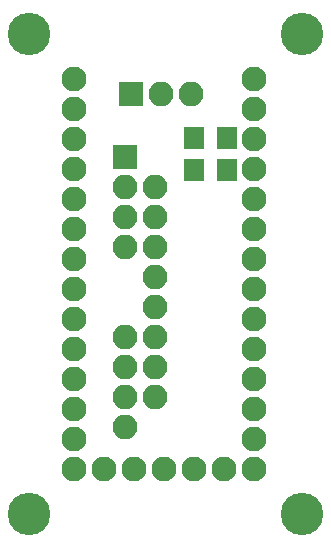
<source format=gbr>
G04 #@! TF.FileFunction,Soldermask,Top*
%FSLAX46Y46*%
G04 Gerber Fmt 4.6, Leading zero omitted, Abs format (unit mm)*
G04 Created by KiCad (PCBNEW 4.0.6-e0-6349~53~ubuntu14.04.1) date Sun Jun  4 18:24:11 2017*
%MOMM*%
%LPD*%
G01*
G04 APERTURE LIST*
%ADD10C,0.100000*%
%ADD11C,3.600000*%
%ADD12R,2.100000X2.100000*%
%ADD13O,2.100000X2.100000*%
%ADD14R,1.700000X1.900000*%
%ADD15C,2.101800*%
G04 APERTURE END LIST*
D10*
D11*
X155702000Y-106680000D03*
X132588000Y-106680000D03*
X132588000Y-66040000D03*
D12*
X141224000Y-71120000D03*
D13*
X143764000Y-71120000D03*
X146304000Y-71120000D03*
D14*
X149352000Y-77550000D03*
X149352000Y-74850000D03*
X146558000Y-74850000D03*
X146558000Y-77550000D03*
D11*
X155702000Y-66040000D03*
D12*
X140716000Y-76454000D03*
D13*
X140716000Y-78994000D03*
X143256000Y-78994000D03*
X140716000Y-81534000D03*
X143256000Y-81534000D03*
X140716000Y-84074000D03*
X143256000Y-84074000D03*
X143256000Y-86614000D03*
X143256000Y-89154000D03*
X140716000Y-91694000D03*
X143256000Y-91694000D03*
X140716000Y-94234000D03*
X143256000Y-94234000D03*
X140716000Y-96774000D03*
X143256000Y-96774000D03*
X140716000Y-99314000D03*
D15*
X151638000Y-72390000D03*
X151638000Y-74930000D03*
X151638000Y-77470000D03*
X151638000Y-80010000D03*
X151638000Y-82550000D03*
X151638000Y-85090000D03*
X151638000Y-87630000D03*
X151638000Y-90170000D03*
X151638000Y-92710000D03*
X151638000Y-95250000D03*
X151638000Y-97790000D03*
X151638000Y-100330000D03*
X151638000Y-102870000D03*
X136398000Y-102870000D03*
X136398000Y-100330000D03*
X136398000Y-97790000D03*
X136398000Y-95250000D03*
X136398000Y-92710000D03*
X136398000Y-90170000D03*
X136398000Y-87630000D03*
X136398000Y-85090000D03*
X136398000Y-82550000D03*
X136398000Y-80010000D03*
X136398000Y-77470000D03*
X136398000Y-74930000D03*
X136398000Y-72390000D03*
X136398000Y-69850000D03*
X151638000Y-69850000D03*
X149098000Y-102870000D03*
X146558000Y-102870000D03*
X144018000Y-102870000D03*
X141478000Y-102870000D03*
X138938000Y-102870000D03*
M02*

</source>
